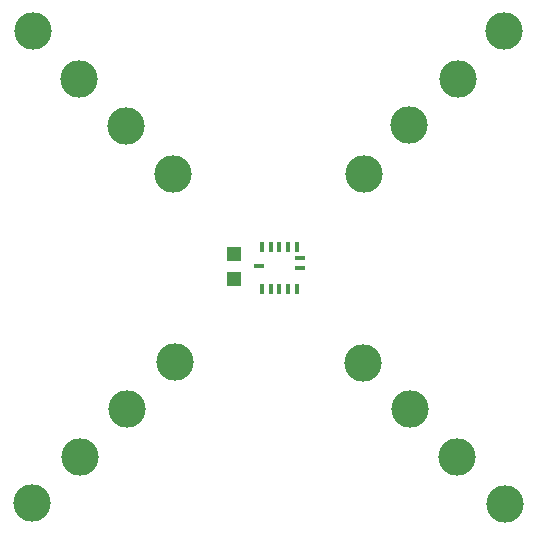
<source format=gbr>
G04 #@! TF.FileFunction,Paste,Bot*
%FSLAX46Y46*%
G04 Gerber Fmt 4.6, Leading zero omitted, Abs format (unit mm)*
G04 Created by KiCad (PCBNEW 4.0.6) date 05/08/17 07:17:45*
%MOMM*%
%LPD*%
G01*
G04 APERTURE LIST*
%ADD10C,0.100000*%
%ADD11R,1.200000X1.200000*%
%ADD12C,2.540000*%
%ADD13C,3.175000*%
%ADD14R,0.350000X0.805000*%
%ADD15R,0.805000X0.400000*%
G04 APERTURE END LIST*
D10*
D11*
X115395100Y-104222900D03*
X115395100Y-106322900D03*
D12*
X130325100Y-117333900D03*
D13*
X130325100Y-117333900D03*
D12*
X106321100Y-117338900D03*
D13*
X106321100Y-117338900D03*
D12*
X130194100Y-93289900D03*
D13*
X130194100Y-93289900D03*
D12*
X106259100Y-93409900D03*
D13*
X106259100Y-93409900D03*
D12*
X126306100Y-113411900D03*
D13*
X126306100Y-113411900D03*
D12*
X110398100Y-113399900D03*
D13*
X110398100Y-113399900D03*
D12*
X126394100Y-97417900D03*
D13*
X126394100Y-97417900D03*
D12*
X110263100Y-97419900D03*
D13*
X110263100Y-97419900D03*
D12*
X138327100Y-125426900D03*
D13*
X138327100Y-125426900D03*
D12*
X98266100Y-125325900D03*
D13*
X98266100Y-125325900D03*
D12*
X138258100Y-85326900D03*
D13*
X138258100Y-85326900D03*
D12*
X98363100Y-85358900D03*
D13*
X98363100Y-85358900D03*
D12*
X134288100Y-121406900D03*
D13*
X134288100Y-121406900D03*
D12*
X102400100Y-121407900D03*
D13*
X102400100Y-121407900D03*
D12*
X134339100Y-89424900D03*
D13*
X134339100Y-89424900D03*
D12*
X102272100Y-89399900D03*
D13*
X102272100Y-89399900D03*
D14*
X117755900Y-103602000D03*
X118505900Y-103602000D03*
X119255900Y-103602000D03*
X120005900Y-103602000D03*
X120755900Y-103602000D03*
D15*
X121028400Y-104574500D03*
D14*
X120755900Y-107147000D03*
X120005900Y-107147000D03*
X119255900Y-107147000D03*
X118505900Y-107147000D03*
X117755900Y-107147000D03*
D15*
X117483400Y-105199500D03*
X121028400Y-105374500D03*
M02*

</source>
